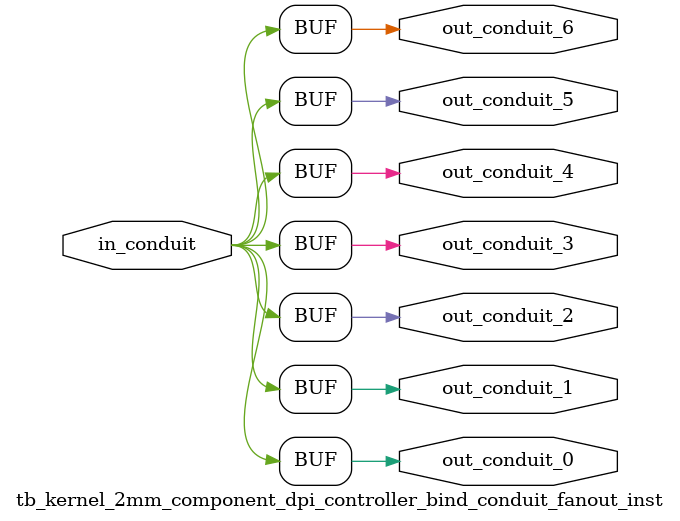
<source format=sv>


 


// --------------------------------------------------------------------------------
//| Avalon Conduit Fan-Out
// --------------------------------------------------------------------------------

// ------------------------------------------
// Generation parameters:
//   output_name:       tb_kernel_2mm_component_dpi_controller_bind_conduit_fanout_inst
//   numFanOut:         7
//   
// ------------------------------------------

module tb_kernel_2mm_component_dpi_controller_bind_conduit_fanout_inst (     

// Interface: out_conduit_0
 output                    out_conduit_0,
// Interface: out_conduit_1
 output                    out_conduit_1,
// Interface: out_conduit_2
 output                    out_conduit_2,
// Interface: out_conduit_3
 output                    out_conduit_3,
// Interface: out_conduit_4
 output                    out_conduit_4,
// Interface: out_conduit_5
 output                    out_conduit_5,
// Interface: out_conduit_6
 output                    out_conduit_6,

// Interface: in_conduit
 input                   in_conduit

);

   assign  out_conduit_0 = in_conduit;
   assign  out_conduit_1 = in_conduit;
   assign  out_conduit_2 = in_conduit;
   assign  out_conduit_3 = in_conduit;
   assign  out_conduit_4 = in_conduit;
   assign  out_conduit_5 = in_conduit;
   assign  out_conduit_6 = in_conduit;

endmodule //


</source>
